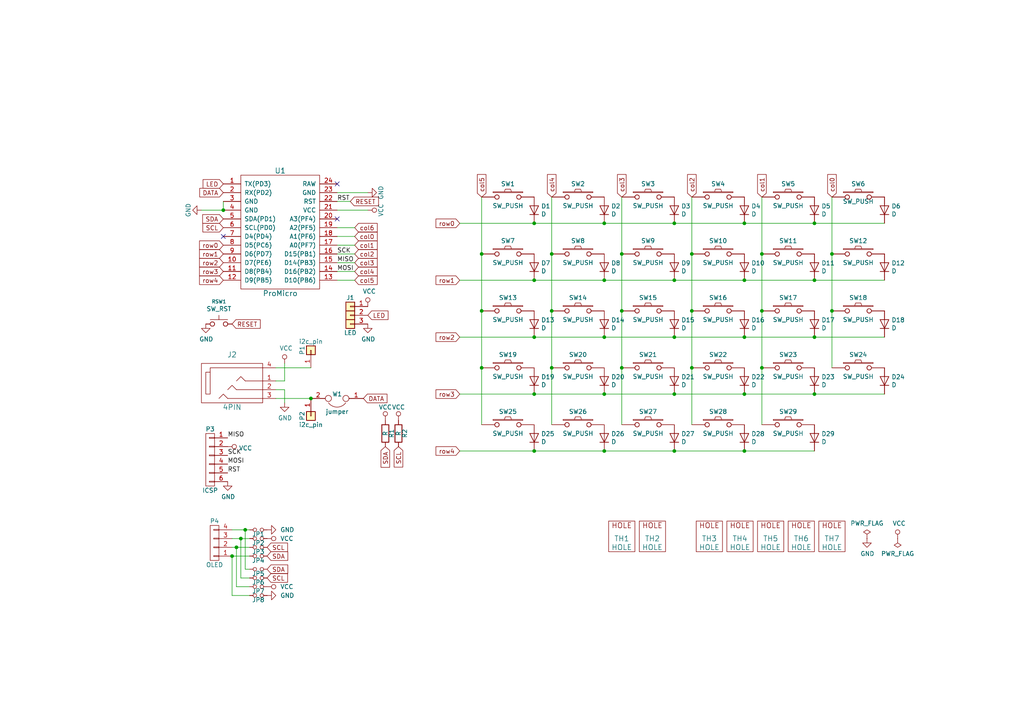
<source format=kicad_sch>
(kicad_sch (version 20231120) (generator "eeschema") (generator_version "8.0")
  (paper "A4")
  (lib_symbols
    (symbol "Lily58-rescue:CONN_01X04-Lily58-cache" (pin_names (offset 1.016) hide)
      (property "Reference" "P" (at 0 6.35 0))
      (property "Value" "Lily58-cache:CONN_01X04" (at 2.54 0 90))
      (symbol "CONN_01X04-Lily58-cache_0_1"
        (rectangle (start -1.27 -3.683) (end 0.254 -3.937))
        (rectangle (start -1.27 -1.143) (end 0.254 -1.397))
        (rectangle (start -1.27 1.397) (end 0.254 1.143))
        (rectangle (start -1.27 3.937) (end 0.254 3.683))
        (rectangle (start -1.27 5.08) (end 1.27 -5.08))
      )
      (symbol "CONN_01X04-Lily58-cache_1_1"
        (pin passive line (at -5.08 3.81 0) (length 3.81) (name "P1") (number "1"))
        (pin passive line (at -5.08 1.27 0) (length 3.81) (name "P2") (number "2"))
        (pin passive line (at -5.08 -1.27 0) (length 3.81) (name "P3") (number "3"))
        (pin passive line (at -5.08 -3.81 0) (length 3.81) (name "P4") (number "4"))
      )
    )
    (symbol "Lily58-rescue:CONN_01X06-Lily58-cache" (pin_names (offset 1.016) hide)
      (property "Reference" "P" (at 0 8.89 0))
      (property "Value" "Lily58-cache:CONN_01X06" (at 2.54 0 90))
      (symbol "CONN_01X06-Lily58-cache_0_1"
        (rectangle (start -1.27 -6.223) (end 0.254 -6.477))
        (rectangle (start -1.27 -3.683) (end 0.254 -3.937))
        (rectangle (start -1.27 -1.143) (end 0.254 -1.397))
        (rectangle (start -1.27 1.397) (end 0.254 1.143))
        (rectangle (start -1.27 3.937) (end 0.254 3.683))
        (rectangle (start -1.27 6.477) (end 0.254 6.223))
        (rectangle (start -1.27 7.62) (end 1.27 -7.62))
      )
      (symbol "CONN_01X06-Lily58-cache_1_1"
        (pin passive line (at -5.08 6.35 0) (length 3.81) (name "P1") (number "1"))
        (pin passive line (at -5.08 3.81 0) (length 3.81) (name "P2") (number "2"))
        (pin passive line (at -5.08 1.27 0) (length 3.81) (name "P3") (number "3"))
        (pin passive line (at -5.08 -1.27 0) (length 3.81) (name "P4") (number "4"))
        (pin passive line (at -5.08 -3.81 0) (length 3.81) (name "P5") (number "5"))
        (pin passive line (at -5.08 -6.35 0) (length 3.81) (name "P6") (number "6"))
      )
    )
    (symbol "Lily58-rescue:D-Lily58-cache" (pin_numbers hide) (pin_names (offset 1.016) hide)
      (property "Reference" "D" (at 0 2.54 0))
      (property "Value" "Lily58-cache:D" (at 0 -2.54 0))
      (symbol "D-Lily58-cache_0_1"
        (polyline (pts (xy -1.27 1.27) (xy -1.27 -1.27)) (stroke (width 0.2032)))
        (polyline (pts (xy 1.27 0) (xy -1.27 0)))
        (polyline (pts (xy 1.27 1.27) (xy 1.27 -1.27) (xy -1.27 0) (xy 1.27 1.27)) (stroke (width 0.2032)))
      )
      (symbol "D-Lily58-cache_1_1"
        (pin passive line (at -3.81 0 0) (length 2.54) (name "K") (number "1"))
        (pin passive line (at 3.81 0 180) (length 2.54) (name "A") (number "2"))
      )
    )
    (symbol "Lily58-rescue:GND-Lily58-cache" (power) (pin_names (offset 0))
      (property "Value" "Lily58-cache:GND" (at 0 -3.81 0))
      (symbol "GND-Lily58-cache_1_1"
        (polyline (pts (xy 0 0) (xy 0 -1.27) (xy 1.27 -1.27) (xy 0 -2.54) (xy -1.27 -1.27) (xy 0 -1.27)))
        (pin power_in line (at 0 0 0) (length 0) hide (name "GND") (number "1"))
      )
    )
    (symbol "Lily58-rescue:GND-power" (power) (pin_names (offset 0))
      (property "Value" "power:GND" (at 0 -3.81 0))
      (symbol "GND-power_0_1"
        (polyline (pts (xy 0 0) (xy 0 -1.27) (xy 1.27 -1.27) (xy 0 -2.54) (xy -1.27 -1.27) (xy 0 -1.27)))
      )
      (symbol "GND-power_1_1"
        (pin power_in line (at 0 0 270) (length 0) hide (name "GND") (number "1"))
      )
    )
    (symbol "Lily58-rescue:HOLE-Lily58-cache" (pin_names (offset 1.016))
      (property "Reference" "U" (at 0 0 0))
      (property "Value" "Lily58-cache:HOLE" (at 0 -5.08 0))
      (symbol "HOLE-Lily58-cache_0_0"
        (text "HOLE" (at 0 3.81 0) (effects (font (size 1.524 1.524))))
      )
      (symbol "HOLE-Lily58-cache_0_1"
        (rectangle (start 3.81 5.08) (end -3.81 -3.81))
      )
    )
    (symbol "Lily58-rescue:Jumper-Device" (pin_names (offset 0.762) hide)
      (property "Reference" "JP" (at 0 3.81 0))
      (property "Value" "Device:Jumper" (at 0 -2.032 0))
      (symbol "Jumper-Device_0_1"
        (circle (center -2.54 0) (radius 0.889))
        (arc (start 2.5146 1.27) (mid 0.0078 2.5097) (end -2.4892 1.27))
        (circle (center 2.54 0) (radius 0.889))
        (pin passive line (at -7.62 0 0) (length 4.191) (name "1") (number "1"))
        (pin passive line (at 7.62 0 180) (length 4.191) (name "2") (number "2"))
      )
    )
    (symbol "Lily58-rescue:Jumper_NO_Small-Device" (pin_numbers hide) (pin_names (offset 0.762) hide)
      (property "Reference" "JP" (at 0 2.032 0))
      (property "Value" "Device:Jumper_NO_Small" (at 0.254 -1.524 0))
      (symbol "Jumper_NO_Small-Device_0_1"
        (circle (center -1.016 0) (radius 0.508))
        (circle (center 1.016 0) (radius 0.508))
        (pin passive line (at -2.54 0 0) (length 1.016) (name "1") (number "1"))
        (pin passive line (at 2.54 0 180) (length 1.016) (name "2") (number "2"))
      )
    )
    (symbol "Lily58-rescue:LED-Lily58-cache" (pin_names (offset 1.016) hide)
      (property "Reference" "J" (at 0 5.08 0))
      (property "Value" "Lily58-cache:LED" (at 0 -5.08 0))
      (symbol "LED-Lily58-cache_1_1"
        (rectangle (start -1.27 3.81) (end 1.27 -3.81) (stroke (width 0.254)) (fill (type background)))
        (rectangle (start 0 -2.413) (end 1.27 -2.667) (stroke (width 0.1524)))
        (polyline (pts (xy -1.27 -1.27) (xy 1.27 -1.27)) (stroke (width 0.254)))
        (polyline (pts (xy -1.27 1.27) (xy 1.27 1.27)) (stroke (width 0.254)))
        (rectangle (start 0 0.127) (end 1.27 -0.127) (stroke (width 0.1524)))
        (rectangle (start 0 2.667) (end 1.27 2.413) (stroke (width 0.1524)))
        (pin passive line (at 5.08 2.54 180) (length 3.81) (name "Pin_1") (number "1"))
        (pin passive line (at 5.08 0 180) (length 3.81) (name "Pin_2") (number "2"))
        (pin passive line (at 5.08 -2.54 180) (length 3.81) (name "Pin_3") (number "3"))
      )
    )
    (symbol "Lily58-rescue:MJ-4PP-9-Lily58-cache" (pin_names (offset 1.016))
      (property "Reference" "J" (at -8.89 -7.62 0))
      (property "Value" "Lily58-cache:MJ-4PP-9" (at -3.81 6.35 0))
      (symbol "MJ-4PP-9-Lily58-cache_0_1"
        (rectangle (start -7.62 2.54) (end -8.89 -3.81))
        (polyline (pts (xy 2.54 0) (xy 7.62 0)))
        (polyline (pts (xy -2.54 -5.08) (xy 7.62 -5.08) (xy 7.62 -5.08)))
        (polyline (pts (xy 0 -2.54) (xy -1.27 -1.27) (xy -2.54 -2.54)))
        (polyline (pts (xy 0 0) (xy 1.27 1.27) (xy 2.54 0)))
        (polyline (pts (xy 7.62 3.81) (xy -7.62 3.81) (xy -7.62 2.54)))
        (polyline (pts (xy -2.54 -5.08) (xy -3.81 -3.81) (xy -5.08 -5.08) (xy -5.08 -5.08)))
        (polyline (pts (xy 0 -2.54) (xy 7.62 -2.54) (xy 7.62 -2.54) (xy 7.62 -2.54)))
        (rectangle (start 7.62 -6.35) (end -10.16 5.08))
      )
      (symbol "MJ-4PP-9-Lily58-cache_1_1"
        (pin passive line (at 11.43 0 180) (length 3.81) (name "~") (number "1"))
        (pin passive line (at 11.43 -2.54 180) (length 3.81) (name "~") (number "2"))
        (pin passive line (at 11.43 -5.08 180) (length 3.81) (name "~") (number "3"))
        (pin passive line (at 11.43 3.81 180) (length 3.81) (name "~") (number "4"))
      )
    )
    (symbol "Lily58-rescue:PWR_FLAG-Lily58-cache" (power) (pin_numbers hide) (pin_names (offset 0) hide)
      (property "Value" "Lily58-cache:PWR_FLAG" (at 0 3.81 0))
      (symbol "PWR_FLAG-Lily58-cache_0_0"
        (pin power_out line (at 0 0 90) (length 0) (name "pwr") (number "1"))
      )
      (symbol "PWR_FLAG-Lily58-cache_0_1"
        (polyline (pts (xy 0 0) (xy 0 1.27) (xy -1.016 1.905) (xy 0 2.54) (xy 1.016 1.905) (xy 0 1.27)))
      )
    )
    (symbol "Lily58-rescue:ProMicro_2-Lily58-cache" (pin_names (offset 1.016))
      (property "Reference" "U" (at 0 17.78 0))
      (property "Value" "Lily58-cache:ProMicro_2" (at 0 -17.78 0))
      (symbol "ProMicro_2-Lily58-cache_0_1"
        (rectangle (start -11.43 16.51) (end 11.43 -16.51))
      )
      (symbol "ProMicro_2-Lily58-cache_1_1"
        (pin input line (at -16.51 13.97 0) (length 5.08) (name "TX(PD3)") (number "1"))
        (pin input line (at -16.51 -8.89 0) (length 5.08) (name "D7(PE6)") (number "10"))
        (pin input line (at -16.51 -11.43 0) (length 5.08) (name "D8(PB4)") (number "11"))
        (pin input line (at -16.51 -13.97 0) (length 5.08) (name "D9(PB5)") (number "12"))
        (pin input line (at 16.51 -13.97 180) (length 5.08) (name "D10(PB6)") (number "13"))
        (pin input line (at 16.51 -11.43 180) (length 5.08) (name "D16(PB2)") (number "14"))
        (pin input line (at 16.51 -8.89 180) (length 5.08) (name "D14(PB3)") (number "15"))
        (pin input line (at 16.51 -6.35 180) (length 5.08) (name "D15(PB1)") (number "16"))
        (pin input line (at 16.51 -3.81 180) (length 5.08) (name "A0(PF7)") (number "17"))
        (pin input line (at 16.51 -1.27 180) (length 5.08) (name "A1(PF6)") (number "18"))
        (pin input line (at 16.51 1.27 180) (length 5.08) (name "A2(PF5)") (number "19"))
        (pin input line (at -16.51 11.43 0) (length 5.08) (name "RX(PD2)") (number "2"))
        (pin input line (at 16.51 3.81 180) (length 5.08) (name "A3(PF4)") (number "20"))
        (pin input line (at 16.51 6.35 180) (length 5.08) (name "VCC") (number "21"))
        (pin input line (at 16.51 8.89 180) (length 5.08) (name "RST") (number "22"))
        (pin input line (at 16.51 11.43 180) (length 5.08) (name "GND") (number "23"))
        (pin input line (at 16.51 13.97 180) (length 5.08) (name "RAW") (number "24"))
        (pin input line (at -16.51 8.89 0) (length 5.08) (name "GND") (number "3"))
        (pin input line (at -16.51 6.35 0) (length 5.08) (name "GND") (number "4"))
        (pin input line (at -16.51 3.81 0) (length 5.08) (name "SDA(PD1)") (number "5"))
        (pin input line (at -16.51 1.27 0) (length 5.08) (name "SCL(PD0)") (number "6"))
        (pin input line (at -16.51 -1.27 0) (length 5.08) (name "D4(PD4)") (number "7"))
        (pin input line (at -16.51 -3.81 0) (length 5.08) (name "D5(PC6)") (number "8"))
        (pin input line (at -16.51 -6.35 0) (length 5.08) (name "D6(PD7)") (number "9"))
      )
    )
    (symbol "Lily58-rescue:R-Lily58-cache" (pin_numbers hide) (pin_names (offset 0))
      (property "Reference" "R" (at 0 0 90))
      (property "Value" "Lily58-cache:R" (at -2.54 0 90))
      (symbol "R-Lily58-cache_0_1"
        (rectangle (start -1.016 -2.54) (end 1.016 2.54) (stroke (width 0.254)))
      )
      (symbol "R-Lily58-cache_1_1"
        (pin passive line (at 0 3.81 270) (length 1.27) (name "~") (number "1"))
        (pin passive line (at 0 -3.81 90) (length 1.27) (name "~") (number "2"))
      )
    )
    (symbol "Lily58-rescue:SW_PUSH-Lily58-cache" (pin_numbers hide) (pin_names (offset 1.016) hide)
      (property "Reference" "SW" (at 3.81 2.794 0))
      (property "Value" "Lily58-cache:SW_PUSH" (at 0 -2.032 0))
      (symbol "SW_PUSH-Lily58-cache_0_1"
        (rectangle (start -4.318 1.27) (end 4.318 1.524))
        (polyline (pts (xy -1.016 1.524) (xy -0.762 2.286) (xy 0.762 2.286) (xy 1.016 1.524)))
        (pin passive inverted (at -7.62 0 0) (length 5.08) (name "1") (number "1"))
        (pin passive inverted (at 7.62 0 180) (length 5.08) (name "2") (number "2"))
      )
    )
    (symbol "Lily58-rescue:SW_RST-Lily58-cache" (pin_numbers hide) (pin_names (offset 1.016) hide)
      (property "Reference" "RSW" (at 2.54 2.54 0))
      (property "Value" "Lily58-cache:SW_RST" (at 0 -2.54 0))
      (symbol "SW_RST-Lily58-cache_0_1"
        (polyline (pts (xy -2.54 1.27) (xy 2.54 1.27)))
        (polyline (pts (xy 0 2.54) (xy 0 1.27)))
        (pin passive inverted (at -3.81 0 0) (length 2.54) (name "1") (number "1"))
        (pin passive inverted (at 3.81 0 180) (length 2.54) (name "2") (number "2"))
      )
    )
    (symbol "Lily58-rescue:VCC-Lily58-cache" (power) (pin_names (offset 0))
      (property "Value" "Lily58-cache:VCC" (at 0 3.81 0))
      (symbol "VCC-Lily58-cache_0_1"
        (polyline (pts (xy 0 0) (xy 0 1.27)))
        (circle (center 0 1.905) (radius 0.635))
      )
      (symbol "VCC-Lily58-cache_1_1"
        (pin power_in line (at 0 0 90) (length 0) hide (name "VCC") (number "1"))
      )
    )
    (symbol "Lily58-rescue:VCC-power" (power) (pin_names (offset 0))
      (property "Value" "power:VCC" (at 0 3.81 0))
      (symbol "VCC-power_0_1"
        (polyline (pts (xy 0 0) (xy 0 1.27)))
        (circle (center 0 1.905) (radius 0.635))
      )
      (symbol "VCC-power_1_1"
        (pin power_in line (at 0 0 90) (length 0) hide (name "VCC") (number "1"))
      )
    )
    (symbol "Lily58-rescue:i2c_pin-Lily58-cache" (pin_names (offset 1.016) hide)
      (property "Reference" "J" (at 0 2.54 0))
      (property "Value" "Lily58-cache:i2c_pin" (at 0 -2.54 0))
      (symbol "i2c_pin-Lily58-cache_1_1"
        (rectangle (start -1.27 0.127) (end 0 -0.127) (stroke (width 0.1524)))
        (rectangle (start -1.27 1.27) (end 1.27 -1.27) (stroke (width 0.254)) (fill (type background)))
        (pin passive line (at -5.08 0 0) (length 3.81) (name "Pin_1") (number "1"))
      )
    )
  )
  (junction (at 195.58 64.77))
  (junction (at 195.58 97.79))
  (junction (at 180.34 90.17))
  (junction (at 68.58 158.75))
  (junction (at 154.94 81.28))
  (junction (at 139.7 106.68))
  (junction (at 200.66 73.66))
  (junction (at 236.22 114.3))
  (junction (at 215.9 114.3))
  (junction (at 215.9 130.81))
  (junction (at 236.22 97.79))
  (junction (at 69.85 156.21))
  (junction (at 215.9 64.77))
  (junction (at 241.3 90.17))
  (junction (at 180.34 73.66))
  (junction (at 90.17 115.57))
  (junction (at 200.66 106.68))
  (junction (at 175.26 64.77))
  (junction (at 139.7 73.66))
  (junction (at 200.66 90.17))
  (junction (at 215.9 97.79))
  (junction (at 160.02 90.17))
  (junction (at 154.94 130.81))
  (junction (at 195.58 81.28))
  (junction (at 175.26 97.79))
  (junction (at 160.02 106.68))
  (junction (at 215.9 81.28))
  (junction (at 241.3 73.66))
  (junction (at 67.31 161.29))
  (junction (at 71.12 153.67))
  (junction (at 220.98 73.66))
  (junction (at 64.77 60.96))
  (junction (at 175.26 130.81))
  (junction (at 154.94 114.3))
  (junction (at 180.34 106.68))
  (junction (at 236.22 81.28))
  (junction (at 154.94 64.77))
  (junction (at 139.7 90.17))
  (junction (at 195.58 114.3))
  (junction (at 220.98 90.17))
  (junction (at 195.58 130.81))
  (junction (at 154.94 97.79))
  (junction (at 175.26 81.28))
  (junction (at 160.02 73.66))
  (junction (at 175.26 114.3))
  (junction (at 236.22 64.77))
  (junction (at 220.98 106.68))
  (no_connect (at 97.79 63.5))
  (no_connect (at 97.79 53.34))
  (no_connect (at 64.77 68.58))
  (wire (pts (xy 68.58 170.18) (xy 68.58 158.75)))
  (wire (pts (xy 236.22 64.77) (xy 215.9 64.77)))
  (wire (pts (xy 64.77 60.96) (xy 58.42 60.96)))
  (wire (pts (xy 180.34 106.68) (xy 180.34 123.19)))
  (wire (pts (xy 220.98 106.68) (xy 220.98 123.19)))
  (wire (pts (xy 236.22 114.3) (xy 256.54 114.3)))
  (wire (pts (xy 67.31 153.67) (xy 71.12 153.67)))
  (wire (pts (xy 180.34 90.17) (xy 180.34 106.68)))
  (wire (pts (xy 68.58 158.75) (xy 72.39 158.75)))
  (wire (pts (xy 175.26 97.79) (xy 154.94 97.79)))
  (wire (pts (xy 139.7 73.66) (xy 139.7 90.17)))
  (wire (pts (xy 106.68 55.88) (xy 97.79 55.88)))
  (wire (pts (xy 241.3 73.66) (xy 241.3 57.15)))
  (wire (pts (xy 160.02 106.68) (xy 160.02 123.19)))
  (wire (pts (xy 160.02 73.66) (xy 160.02 90.17)))
  (wire (pts (xy 175.26 114.3) (xy 154.94 114.3)))
  (wire (pts (xy 241.3 90.17) (xy 241.3 106.68)))
  (wire (pts (xy 215.9 97.79) (xy 236.22 97.79)))
  (wire (pts (xy 200.66 90.17) (xy 200.66 106.68)))
  (wire (pts (xy 97.79 73.66) (xy 102.87 73.66)))
  (wire (pts (xy 160.02 57.15) (xy 160.02 73.66)))
  (wire (pts (xy 72.39 170.18) (xy 68.58 170.18)))
  (wire (pts (xy 175.26 97.79) (xy 195.58 97.79)))
  (wire (pts (xy 80.01 106.68) (xy 90.17 106.68)))
  (wire (pts (xy 175.26 81.28) (xy 154.94 81.28)))
  (wire (pts (xy 133.35 130.81) (xy 154.94 130.81)))
  (wire (pts (xy 82.55 110.49) (xy 80.01 110.49)))
  (wire (pts (xy 200.66 73.66) (xy 200.66 90.17)))
  (wire (pts (xy 64.77 58.42) (xy 64.77 60.96)))
  (wire (pts (xy 80.01 115.57) (xy 90.17 115.57)))
  (wire (pts (xy 220.98 73.66) (xy 220.98 90.17)))
  (wire (pts (xy 102.87 78.74) (xy 97.79 78.74)))
  (wire (pts (xy 82.55 113.03) (xy 82.55 116.84)))
  (wire (pts (xy 195.58 97.79) (xy 215.9 97.79)))
  (wire (pts (xy 97.79 76.2) (xy 102.87 76.2)))
  (wire (pts (xy 154.94 64.77) (xy 133.35 64.77)))
  (wire (pts (xy 160.02 90.17) (xy 160.02 106.68)))
  (wire (pts (xy 71.12 153.67) (xy 71.12 165.1)))
  (wire (pts (xy 154.94 130.81) (xy 175.26 130.81)))
  (wire (pts (xy 215.9 130.81) (xy 236.22 130.81)))
  (wire (pts (xy 139.7 57.15) (xy 139.7 73.66)))
  (wire (pts (xy 236.22 81.28) (xy 256.54 81.28)))
  (wire (pts (xy 236.22 97.79) (xy 256.54 97.79)))
  (wire (pts (xy 139.7 90.17) (xy 139.7 106.68)))
  (wire (pts (xy 175.26 64.77) (xy 154.94 64.77)))
  (wire (pts (xy 195.58 64.77) (xy 215.9 64.77)))
  (wire (pts (xy 154.94 114.3) (xy 133.35 114.3)))
  (wire (pts (xy 200.66 106.68) (xy 200.66 123.19)))
  (wire (pts (xy 102.87 71.12) (xy 97.79 71.12)))
  (wire (pts (xy 80.01 113.03) (xy 82.55 113.03)))
  (wire (pts (xy 195.58 81.28) (xy 215.9 81.28)))
  (wire (pts (xy 175.26 114.3) (xy 195.58 114.3)))
  (wire (pts (xy 220.98 57.15) (xy 220.98 73.66)))
  (wire (pts (xy 241.3 90.17) (xy 241.3 73.66)))
  (wire (pts (xy 106.68 60.96) (xy 97.79 60.96)))
  (wire (pts (xy 72.39 165.1) (xy 71.12 165.1)))
  (wire (pts (xy 154.94 81.28) (xy 133.35 81.28)))
  (wire (pts (xy 215.9 81.28) (xy 236.22 81.28)))
  (wire (pts (xy 154.94 97.79) (xy 133.35 97.79)))
  (wire (pts (xy 102.87 81.28) (xy 97.79 81.28)))
  (wire (pts (xy 200.66 57.15) (xy 200.66 73.66)))
  (wire (pts (xy 67.31 156.21) (xy 69.85 156.21)))
  (wire (pts (xy 220.98 106.68) (xy 220.98 90.17)))
  (wire (pts (xy 180.34 73.66) (xy 180.34 90.17)))
  (wire (pts (xy 195.58 114.3) (xy 215.9 114.3)))
  (wire (pts (xy 195.58 130.81) (xy 215.9 130.81)))
  (wire (pts (xy 97.79 66.04) (xy 102.87 66.04)))
  (wire (pts (xy 72.39 156.21) (xy 69.85 156.21)))
  (wire (pts (xy 72.39 153.67) (xy 71.12 153.67)))
  (wire (pts (xy 69.85 156.21) (xy 69.85 167.64)))
  (wire (pts (xy 67.31 158.75) (xy 68.58 158.75)))
  (wire (pts (xy 175.26 130.81) (xy 195.58 130.81)))
  (wire (pts (xy 180.34 57.15) (xy 180.34 73.66)))
  (wire (pts (xy 139.7 106.68) (xy 139.7 123.19)))
  (wire (pts (xy 67.31 161.29) (xy 67.31 172.72)))
  (wire (pts (xy 69.85 167.64) (xy 72.39 167.64)))
  (wire (pts (xy 215.9 114.3) (xy 236.22 114.3)))
  (wire (pts (xy 175.26 81.28) (xy 195.58 81.28)))
  (wire (pts (xy 97.79 68.58) (xy 102.87 68.58)))
  (wire (pts (xy 82.55 105.41) (xy 82.55 110.49)))
  (wire (pts (xy 67.31 172.72) (xy 72.39 172.72)))
  (wire (pts (xy 236.22 64.77) (xy 256.54 64.77)))
  (wire (pts (xy 67.31 161.29) (xy 72.39 161.29)))
  (wire (pts (xy 175.26 64.77) (xy 195.58 64.77)))
  (wire (pts (xy 101.6 58.42) (xy 97.79 58.42)))
  (label "RST" (at 66.04 137.16 0))
  (label "MISO" (at 97.79 76.2 0))
  (label "MISO" (at 66.04 127 0))
  (label "SCK" (at 97.79 73.66 0))
  (label "MOSI" (at 97.79 78.74 0))
  (label "RST" (at 97.79 58.42 0))
  (label "SCK" (at 66.04 132.08 0))
  (label "MOSI" (at 66.04 134.62 0))
  (global_label "col1" (shape input) (at 220.98 57.15 90) (property "Intersheetrefs" "${INTERSHEET_REFS}" (effects (hide yes))))
  (global_label "col3" (shape input) (at 102.87 76.2 0) (property "Intersheetrefs" "${INTERSHEET_REFS}" (effects (hide yes))))
  (global_label "SCL" (shape input) (at 77.47 167.64 0) (property "Intersheetrefs" "${INTERSHEET_REFS}" (effects (hide yes))))
  (global_label "row3" (shape input) (at 64.77 78.74 180) (property "Intersheetrefs" "${INTERSHEET_REFS}" (effects (hide yes))))
  (global_label "col3" (shape input) (at 180.34 57.15 90) (property "Intersheetrefs" "${INTERSHEET_REFS}" (effects (hide yes))))
  (global_label "col0" (shape input) (at 241.3 57.15 90) (property "Intersheetrefs" "${INTERSHEET_REFS}" (effects (hide yes))))
  (global_label "SDA" (shape input) (at 77.47 161.29 0) (property "Intersheetrefs" "${INTERSHEET_REFS}" (effects (hide yes))))
  (global_label "row0" (shape input) (at 133.35 64.77 180) (property "Intersheetrefs" "${INTERSHEET_REFS}" (effects (hide yes))))
  (global_label "SCL" (shape input) (at 77.47 158.75 0) (property "Intersheetrefs" "${INTERSHEET_REFS}" (effects (hide yes))))
  (global_label "RESET" (shape input) (at 101.6 58.42 0) (property "Intersheetrefs" "${INTERSHEET_REFS}" (effects (hide yes))))
  (global_label "col5" (shape input) (at 139.7 57.15 90) (property "Intersheetrefs" "${INTERSHEET_REFS}" (effects (hide yes))))
  (global_label "row4" (shape input) (at 133.35 130.81 180) (property "Intersheetrefs" "${INTERSHEET_REFS}" (effects (hide yes))))
  (global_label "col2" (shape input) (at 102.87 73.66 0) (property "Intersheetrefs" "${INTERSHEET_REFS}" (effects (hide yes))))
  (global_label "col2" (shape input) (at 200.66 57.15 90) (property "Intersheetrefs" "${INTERSHEET_REFS}" (effects (hide yes))))
  (global_label "SDA" (shape input) (at 64.77 63.5 180) (property "Intersheetrefs" "${INTERSHEET_REFS}" (effects (hide yes))))
  (global_label "col4" (shape input) (at 102.87 78.74 0) (property "Intersheetrefs" "${INTERSHEET_REFS}" (effects (hide yes))))
  (global_label "col0" (shape input) (at 102.87 68.58 0) (property "Intersheetrefs" "${INTERSHEET_REFS}" (effects (hide yes))))
  (global_label "row0" (shape input) (at 64.77 71.12 180) (property "Intersheetrefs" "${INTERSHEET_REFS}" (effects (hide yes))))
  (global_label "SDA" (shape input) (at 77.47 165.1 0) (property "Intersheetrefs" "${INTERSHEET_REFS}" (effects (hide yes))))
  (global_label "RESET" (shape input) (at 67.31 93.98 0) (property "Intersheetrefs" "${INTERSHEET_REFS}" (effects (hide yes))))
  (global_label "DATA" (shape input) (at 64.77 55.88 180) (property "Intersheetrefs" "${INTERSHEET_REFS}" (effects (hide yes))))
  (global_label "row1" (shape input) (at 64.77 73.66 180) (property "Intersheetrefs" "${INTERSHEET_REFS}" (effects (hide yes))))
  (global_label "LED" (shape input) (at 64.77 53.34 180) (property "Intersheetrefs" "${INTERSHEET_REFS}" (effects (hide yes))))
  (global_label "SCL" (shape input) (at 64.77 66.04 180) (property "Intersheetrefs" "${INTERSHEET_REFS}" (effects (hide yes))))
  (global_label "row2" (shape input) (at 133.35 97.79 180) (property "Intersheetrefs" "${INTERSHEET_REFS}" (effects (hide yes))))
  (global_label "col4" (shape input) (at 160.02 57.15 90) (property "Intersheetrefs" "${INTERSHEET_REFS}" (effects (hide yes))))
  (global_label "row2" (shape input) (at 64.77 76.2 180) (property "Intersheetrefs" "${INTERSHEET_REFS}" (effects (hide yes))))
  (global_label "row1" (shape input) (at 133.35 81.28 180) (property "Intersheetrefs" "${INTERSHEET_REFS}" (effects (hide yes))))
  (global_label "col5" (shape input) (at 102.87 81.28 0) (property "Intersheetrefs" "${INTERSHEET_REFS}" (effects (hide yes))))
  (global_label "LED" (shape input) (at 106.68 91.44 0) (property "Intersheetrefs" "${INTERSHEET_REFS}" (effects (hide yes))))
  (global_label "SDA" (shape input) (at 111.76 129.54 270) (property "Intersheetrefs" "${INTERSHEET_REFS}" (effects (hide yes))))
  (global_label "DATA" (shape input) (at 105.41 115.57 0) (property "Intersheetrefs" "${INTERSHEET_REFS}" (effects (hide yes))))
  (global_label "row3" (shape input) (at 133.35 114.3 180) (property "Intersheetrefs" "${INTERSHEET_REFS}" (effects (hide yes))))
  (global_label "col6" (shape input) (at 102.87 66.04 0) (property "Intersheetrefs" "${INTERSHEET_REFS}" (effects (hide yes))))
  (global_label "col1" (shape input) (at 102.87 71.12 0) (property "Intersheetrefs" "${INTERSHEET_REFS}" (effects (hide yes))))
  (global_label "SCL" (shape input) (at 115.57 129.54 270) (property "Intersheetrefs" "${INTERSHEET_REFS}" (effects (hide yes))))
  (global_label "row4" (shape input) (at 64.77 81.28 180) (property "Intersheetrefs" "${INTERSHEET_REFS}" (effects (hide yes))))
  (symbol (lib_id "Lily58-rescue:ProMicro_2-Lily58-cache") (at 81.28 67.31 0) (unit 1)
    (property "Reference" "U1" (at 81.28 49.53 0) (effects (font (size 1.524 1.524))))
    (property "Value" "ProMicro" (at 81.28 85.09 0) (effects (font (size 1.524 1.524))))
    (property "Footprint" "Lily58-footprint:ProMicro_rev2" (effects (hide yes)))
  )
  (symbol (lib_id "Lily58-rescue:SW_PUSH-Lily58-cache") (at 147.32 123.19 0) (unit 1)
    (property "Reference" "SW25" (at 147.32 119.38 0))
    (property "Value" "SW_PUSH" (at 147.32 125.73 0))
    (property "Footprint" "Lily58-footprint:MX_PG1350-Under_FLIP_HOLES_18mm" (effects (hide yes)))
  )
  (symbol (lib_id "Lily58-rescue:SW_PUSH-Lily58-cache") (at 167.64 123.19 0) (unit 1)
    (property "Reference" "SW26" (at 167.64 119.38 0))
    (property "Value" "SW_PUSH" (at 167.64 125.73 0))
    (property "Footprint" "Lily58-footprint:MX_PG1350-Under_FLIP_HOLES_27mm" (effects (hide yes)))
  )
  (symbol (lib_id "Lily58-rescue:SW_PUSH-Lily58-cache") (at 147.32 57.15 0) (unit 1)
    (property "Reference" "SW1" (at 147.32 53.34 0))
    (property "Value" "SW_PUSH" (at 147.32 59.69 0))
    (property "Footprint" "Lily58-footprint:MX_PG1350-Under_FLIP_HOLES_18mm" (effects (hide yes)))
  )
  (symbol (lib_id "Lily58-rescue:D-Lily58-cache") (at 154.94 60.96 90) (unit 1)
    (property "Reference" "D1" (at 156.9466 59.7916 90) (effects (justify right)))
    (property "Value" "D" (at 156.9466 62.103 90) (effects (justify right)))
    (property "Footprint" "Lily58-footprint:Diode_TH_SOD123" (effects (hide yes)))
  )
  (symbol (lib_id "Lily58-rescue:SW_PUSH-Lily58-cache") (at 167.64 57.15 0) (unit 1)
    (property "Reference" "SW2" (at 167.64 53.34 0))
    (property "Value" "SW_PUSH" (at 167.64 59.69 0))
    (property "Footprint" "Lily58-footprint:MX_PG1350-Under_FLIP_HOLES_18mm" (effects (hide yes)))
  )
  (symbol (lib_id "Lily58-rescue:D-Lily58-cache") (at 175.26 60.96 90) (unit 1)
    (property "Reference" "D2" (at 177.2666 59.7916 90) (effects (justify right)))
    (property "Value" "D" (at 177.2666 62.103 90) (effects (justify right)))
    (property "Footprint" "Lily58-footprint:Diode_TH_SOD123" (effects (hide yes)))
  )
  (symbol (lib_id "Lily58-rescue:SW_PUSH-Lily58-cache") (at 187.96 57.15 0) (unit 1)
    (property "Reference" "SW3" (at 187.96 53.34 0))
    (property "Value" "SW_PUSH" (at 187.96 59.69 0))
    (property "Footprint" "Lily58-footprint:MX_PG1350-Under_FLIP_HOLES_18mm" (effects (hide yes)))
  )
  (symbol (lib_id "Lily58-rescue:D-Lily58-cache") (at 195.58 60.96 90) (unit 1)
    (property "Reference" "D3" (at 197.5866 59.7916 90) (effects (justify right)))
    (property "Value" "D" (at 197.5866 62.103 90) (effects (justify right)))
    (property "Footprint" "Lily58-footprint:Diode_TH_SOD123" (effects (hide yes)))
  )
  (symbol (lib_id "Lily58-rescue:SW_PUSH-Lily58-cache") (at 208.28 57.15 0) (unit 1)
    (property "Reference" "SW4" (at 208.28 53.34 0))
    (property "Value" "SW_PUSH" (at 208.28 59.69 0))
    (property "Footprint" "Lily58-footprint:MX_PG1350-Under_FLIP_HOLES_18mm" (effects (hide yes)))
  )
  (symbol (lib_id "Lily58-rescue:D-Lily58-cache") (at 215.9 60.96 90) (unit 1)
    (property "Reference" "D4" (at 217.9066 59.7916 90) (effects (justify right)))
    (property "Value" "D" (at 217.9066 62.103 90) (effects (justify right)))
    (property "Footprint" "Lily58-footprint:Diode_TH_SOD123" (effects (hide yes)))
  )
  (symbol (lib_id "Lily58-rescue:SW_PUSH-Lily58-cache") (at 228.6 57.15 0) (unit 1)
    (property "Reference" "SW5" (at 228.6 53.34 0))
    (property "Value" "SW_PUSH" (at 228.6 59.69 0))
    (property "Footprint" "Lily58-footprint:MX_PG1350-Under_FLIP_HOLES_18mm" (effects (hide yes)))
  )
  (symbol (lib_id "Lily58-rescue:D-Lily58-cache") (at 236.22 60.96 90) (unit 1)
    (property "Reference" "D5" (at 238.2266 59.7916 90) (effects (justify right)))
    (property "Value" "D" (at 238.2266 62.103 90) (effects (justify right)))
    (property "Footprint" "Lily58-footprint:Diode_TH_SOD123" (effects (hide yes)))
  )
  (symbol (lib_id "Lily58-rescue:SW_PUSH-Lily58-cache") (at 248.92 57.15 0) (unit 1)
    (property "Reference" "SW6" (at 248.92 53.34 0))
    (property "Value" "SW_PUSH" (at 248.92 58.42 0))
    (property "Footprint" "Lily58-footprint:MX_PG1350-Under_FLIP_HOLES_18mm" (effects (hide yes)))
  )
  (symbol (lib_id "Lily58-rescue:D-Lily58-cache") (at 256.54 60.96 90) (unit 1)
    (property "Reference" "D6" (at 258.5466 59.7916 90) (effects (justify right)))
    (property "Value" "D" (at 258.5466 62.103 90) (effects (justify right)))
    (property "Footprint" "Lily58-footprint:Diode_TH_SOD123" (effects (hide yes)))
  )
  (symbol (lib_id "Lily58-rescue:SW_PUSH-Lily58-cache") (at 167.64 73.66 0) (unit 1)
    (property "Reference" "SW8" (at 167.64 69.85 0))
    (property "Value" "SW_PUSH" (at 167.64 76.2 0))
    (property "Footprint" "Lily58-footprint:MX_PG1350-Under_FLIP_HOLES_18mm" (effects (hide yes)))
  )
  (symbol (lib_id "Lily58-rescue:SW_PUSH-Lily58-cache") (at 187.96 73.66 0) (unit 1)
    (property "Reference" "SW9" (at 187.96 69.85 0))
    (property "Value" "SW_PUSH" (at 187.96 76.2 0))
    (property "Footprint" "Lily58-footprint:MX_PG1350-Under_FLIP_HOLES_18mm" (effects (hide yes)))
  )
  (symbol (lib_id "Lily58-rescue:SW_PUSH-Lily58-cache") (at 208.28 73.66 0) (unit 1)
    (property "Reference" "SW10" (at 208.28 69.85 0))
    (property "Value" "SW_PUSH" (at 208.28 76.2 0))
    (property "Footprint" "Lily58-footprint:MX_PG1350-Under_FLIP_HOLES_18mm" (effects (hide yes)))
  )
  (symbol (lib_id "Lily58-rescue:SW_PUSH-Lily58-cache") (at 228.6 73.66 0) (unit 1)
    (property "Reference" "SW11" (at 228.6 69.85 0))
    (property "Value" "SW_PUSH" (at 228.6 76.2 0))
    (property "Footprint" "Lily58-footprint:MX_PG1350-Under_FLIP_HOLES_18mm" (effects (hide yes)))
  )
  (symbol (lib_id "Lily58-rescue:SW_PUSH-Lily58-cache") (at 248.92 73.66 0) (unit 1)
    (property "Reference" "SW12" (at 248.92 69.85 0))
    (property "Value" "SW_PUSH" (at 248.92 76.2 0))
    (property "Footprint" "Lily58-footprint:MX_PG1350-Under_FLIP_HOLES_18mm" (effects (hide yes)))
  )
  (symbol (lib_id "Lily58-rescue:SW_PUSH-Lily58-cache") (at 147.32 73.66 0) (unit 1)
    (property "Reference" "SW7" (at 147.32 69.85 0))
    (property "Value" "SW_PUSH" (at 147.32 76.2 0))
    (property "Footprint" "Lily58-footprint:MX_PG1350-Under_FLIP_HOLES_18mm" (effects (hide yes)))
  )
  (symbol (lib_id "Lily58-rescue:D-Lily58-cache") (at 154.94 77.47 90) (unit 1)
    (property "Reference" "D7" (at 156.9466 76.3016 90) (effects (justify right)))
    (property "Value" "D" (at 156.9466 78.613 90) (effects (justify right)))
    (property "Footprint" "Lily58-footprint:Diode_TH_SOD123" (effects (hide yes)))
  )
  (symbol (lib_id "Lily58-rescue:D-Lily58-cache") (at 175.26 77.47 90) (unit 1)
    (property "Reference" "D8" (at 177.2666 76.3016 90) (effects (justify right)))
    (property "Value" "D" (at 177.2666 78.613 90) (effects (justify right)))
    (property "Footprint" "Lily58-footprint:Diode_TH_SOD123" (effects (hide yes)))
  )
  (symbol (lib_id "Lily58-rescue:D-Lily58-cache") (at 195.58 77.47 90) (unit 1)
    (property "Reference" "D9" (at 197.5866 76.3016 90) (effects (justify right)))
    (property "Value" "D" (at 197.5866 78.613 90) (effects (justify right)))
    (property "Footprint" "Lily58-footprint:Diode_TH_SOD123" (effects (hide yes)))
  )
  (symbol (lib_id "Lily58-rescue:D-Lily58-cache") (at 215.9 77.47 90) (unit 1)
    (property "Reference" "D10" (at 217.9066 76.3016 90) (effects (justify right)))
    (property "Value" "D" (at 217.9066 78.613 90) (effects (justify right)))
    (property "Footprint" "Lily58-footprint:Diode_TH_SOD123" (effects (hide yes)))
  )
  (symbol (lib_id "Lily58-rescue:D-Lily58-cache") (at 236.22 77.47 90) (unit 1)
    (property "Reference" "D11" (at 238.2266 76.3016 90) (effects (justify right)))
    (property "Value" "D" (at 238.2266 78.613 90) (effects (justify right)))
    (property "Footprint" "Lily58-footprint:Diode_TH_SOD123" (effects (hide yes)))
  )
  (symbol (lib_id "Lily58-rescue:D-Lily58-cache") (at 256.54 77.47 90) (unit 1)
    (property "Reference" "D12" (at 258.5466 76.3016 90) (effects (justify right)))
    (property "Value" "D" (at 258.5466 78.613 90) (effects (justify right)))
    (property "Footprint" "Lily58-footprint:Diode_TH_SOD123" (effects (hide yes)))
  )
  (symbol (lib_id "Lily58-rescue:SW_PUSH-Lily58-cache") (at 147.32 90.17 0) (unit 1)
    (property "Reference" "SW13" (at 147.32 86.36 0))
    (property "Value" "SW_PUSH" (at 147.32 92.71 0))
    (property "Footprint" "Lily58-footprint:MX_PG1350-Under_FLIP_HOLES_18mm" (effects (hide yes)))
  )
  (symbol (lib_id "Lily58-rescue:SW_PUSH-Lily58-cache") (at 167.64 90.17 0) (unit 1)
    (property "Reference" "SW14" (at 167.64 86.36 0))
    (property "Value" "SW_PUSH" (at 167.64 92.71 0))
    (property "Footprint" "Lily58-footprint:MX_PG1350-Under_FLIP_HOLES_18mm" (effects (hide yes)))
  )
  (symbol (lib_id "Lily58-rescue:SW_PUSH-Lily58-cache") (at 187.96 90.17 0) (unit 1)
    (property "Reference" "SW15" (at 187.96 86.36 0))
    (property "Value" "SW_PUSH" (at 187.96 92.71 0))
    (property "Footprint" "Lily58-footprint:MX_PG1350-Under_FLIP_HOLES_18mm" (effects (hide yes)))
  )
  (symbol (lib_id "Lily58-rescue:SW_PUSH-Lily58-cache") (at 208.28 90.17 0) (unit 1)
    (property "Reference" "SW16" (at 208.28 86.36 0))
    (property "Value" "SW_PUSH" (at 208.28 92.71 0))
    (property "Footprint" "Lily58-footprint:MX_PG1350-Under_FLIP_HOLES_18mm" (effects (hide yes)))
  )
  (symbol (lib_id "Lily58-rescue:SW_PUSH-Lily58-cache") (at 228.6 90.17 0) (unit 1)
    (property "Reference" "SW17" (at 228.6 86.36 0))
    (property "Value" "SW_PUSH" (at 228.6 92.71 0))
    (property "Footprint" "Lily58-footprint:MX_PG1350-Under_FLIP_HOLES_18mm" (effects (hide yes)))
  )
  (symbol (lib_id "Lily58-rescue:SW_PUSH-Lily58-cache") (at 248.92 90.17 0) (unit 1)
    (property "Reference" "SW18" (at 248.92 86.36 0))
    (property "Value" "SW_PUSH" (at 248.92 92.71 0))
    (property "Footprint" "Lily58-footprint:MX_PG1350-Under_FLIP_HOLES_18mm" (effects (hide yes)))
  )
  (symbol (lib_id "Lily58-rescue:D-Lily58-cache") (at 154.94 93.98 90) (unit 1)
    (property "Reference" "D13" (at 156.9466 92.8116 90) (effects (justify right)))
    (property "Value" "D" (at 156.9466 95.123 90) (effects (justify right)))
    (property "Footprint" "Lily58-footprint:Diode_TH_SOD123" (effects (hide yes)))
  )
  (symbol (lib_id "Lily58-rescue:D-Lily58-cache") (at 175.26 93.98 90) (unit 1)
    (property "Reference" "D14" (at 177.2666 92.8116 90) (effects (justify right)))
    (property "Value" "D" (at 177.2666 95.123 90) (effects (justify right)))
    (property "Footprint" "Lily58-footprint:Diode_TH_SOD123" (effects (hide yes)))
  )
  (symbol (lib_id "Lily58-rescue:D-Lily58-cache") (at 195.58 93.98 90) (unit 1)
    (property "Reference" "D15" (at 197.5866 92.8116 90) (effects (justify right)))
    (property "Value" "D" (at 197.5866 95.123 90) (effects (justify right)))
    (property "Footprint" "Lily58-footprint:Diode_TH_SOD123" (effects (hide yes)))
  )
  (symbol (lib_id "Lily58-rescue:D-Lily58-cache") (at 215.9 93.98 90) (unit 1)
    (property "Reference" "D16" (at 217.9066 92.8116 90) (effects (justify right)))
    (property "Value" "D" (at 217.9066 95.123 90) (effects (justify right)))
    (property "Footprint" "Lily58-footprint:Diode_TH_SOD123" (effects (hide yes)))
  )
  (symbol (lib_id "Lily58-rescue:D-Lily58-cache") (at 236.22 93.98 90) (unit 1)
    (property "Reference" "D17" (at 238.2266 92.8116 90) (effects (justify right)))
    (property "Value" "D" (at 238.2266 95.123 90) (effects (justify right)))
    (property "Footprint" "Lily58-footprint:Diode_TH_SOD123" (effects (hide yes)))
  )
  (symbol (lib_id "Lily58-rescue:D-Lily58-cache") (at 256.54 93.98 90) (unit 1)
    (property "Reference" "D18" (at 258.5466 92.8116 90) (effects (justify right)))
    (property "Value" "D" (at 258.5466 95.123 90) (effects (justify right)))
    (property "Footprint" "Lily58-footprint:Diode_TH_SOD123" (effects (hide yes)))
  )
  (symbol (lib_id "Lily58-rescue:SW_PUSH-Lily58-cache") (at 187.96 106.68 0) (unit 1)
    (property "Reference" "SW21" (at 187.96 102.87 0))
    (property "Value" "SW_PUSH" (at 187.96 109.22 0))
    (property "Footprint" "Lily58-footprint:MX_PG1350-Under_FLIP_HOLES_18mm" (effects (hide yes)))
  )
  (symbol (lib_id "Lily58-rescue:SW_PUSH-Lily58-cache") (at 208.28 106.68 0) (unit 1)
    (property "Reference" "SW22" (at 208.28 102.87 0))
    (property "Value" "SW_PUSH" (at 208.28 109.22 0))
    (property "Footprint" "Lily58-footprint:MX_PG1350-Under_FLIP_HOLES_18mm" (effects (hide yes)))
  )
  (symbol (lib_id "Lily58-rescue:SW_PUSH-Lily58-cache") (at 228.6 106.68 0) (unit 1)
    (property "Reference" "SW23" (at 228.6 102.87 0))
    (property "Value" "SW_PUSH" (at 228.6 109.22 0))
    (property "Footprint" "Lily58-footprint:MX_PG1350-Under_FLIP_HOLES_18mm" (effects (hide yes)))
  )
  (symbol (lib_id "Lily58-rescue:SW_PUSH-Lily58-cache") (at 248.92 106.68 0) (unit 1)
    (property "Reference" "SW24" (at 248.92 102.87 0))
    (property "Value" "SW_PUSH" (at 248.92 109.22 0))
    (property "Footprint" "Lily58-footprint:MX_PG1350-Under_FLIP_HOLES_18mm" (effects (hide yes)))
  )
  (symbol (lib_id "Lily58-rescue:SW_PUSH-Lily58-cache") (at 167.64 106.68 0) (unit 1)
    (property "Reference" "SW20" (at 167.64 102.87 0))
    (property "Value" "SW_PUSH" (at 167.64 109.22 0))
    (property "Footprint" "Lily58-footprint:MX_PG1350-Under_FLIP_HOLES_18mm" (effects (hide yes)))
  )
  (symbol (lib_id "Lily58-rescue:SW_PUSH-Lily58-cache") (at 147.32 106.68 0) (unit 1)
    (property "Reference" "SW19" (at 147.32 102.87 0))
    (property "Value" "SW_PUSH" (at 147.32 109.22 0))
    (property "Footprint" "Lily58-footprint:MX_PG1350-Under_FLIP_HOLES_18mm" (effects (hide yes)))
  )
  (symbol (lib_id "Lily58-rescue:D-Lily58-cache") (at 154.94 110.49 90) (unit 1)
    (property "Reference" "D19" (at 156.9466 109.3216 90) (effects (justify right)))
    (property "Value" "D" (at 156.9466 111.633 90) (effects (justify right)))
    (property "Footprint" "Lily58-footprint:Diode_TH_SOD123" (effects (hide yes)))
  )
  (symbol (lib_id "Lily58-rescue:D-Lily58-cache") (at 175.26 110.49 90) (unit 1)
    (property "Reference" "D20" (at 177.2666 109.3216 90) (effects (justify right)))
    (property "Value" "D" (at 177.2666 111.633 90) (effects (justify right)))
    (property "Footprint" "Lily58-footprint:Diode_TH_SOD123" (effects (hide yes)))
  )
  (symbol (lib_id "Lily58-rescue:D-Lily58-cache") (at 195.58 110.49 90) (unit 1)
    (property "Reference" "D21" (at 197.5866 109.3216 90) (effects (justify right)))
    (property "Value" "D" (at 197.5866 111.633 90) (effects (justify right)))
    (property "Footprint" "Lily58-footprint:Diode_TH_SOD123" (effects (hide yes)))
  )
  (symbol (lib_id "Lily58-rescue:D-Lily58-cache") (at 215.9 110.49 90) (unit 1)
    (property "Reference" "D22" (at 217.9066 109.3216 90) (effects (justify right)))
    (property "Value" "D" (at 217.9066 111.633 90) (effects (justify right)))
    (property "Footprint" "Lily58-footprint:Diode_TH_SOD123" (effects (hide yes)))
  )
  (symbol (lib_id "Lily58-rescue:D-Lily58-cache") (at 236.22 110.49 90) (unit 1)
    (property "Reference" "D23" (at 238.2266 109.3216 90) (effects (justify right)))
    (property "Value" "D" (at 238.2266 111.633 90) (effects (justify right)))
    (property "Footprint" "Lily58-footprint:Diode_TH_SOD123" (effects (hide yes)))
  )
  (symbol (lib_id "Lily58-rescue:D-Lily58-cache") (at 256.54 110.49 90) (unit 1)
    (property "Reference" "D24" (at 258.5466 109.3216 90) (effects (justify right)))
    (property "Value" "D" (at 258.5466 111.633 90) (effects (justify right)))
    (property "Footprint" "Lily58-footprint:Diode_TH_SOD123" (effects (hide yes)))
  )
  (symbol (lib_id "Lily58-rescue:SW_PUSH-Lily58-cache") (at 187.96 123.19 0) (unit 1)
    (property "Reference" "SW27" (at 187.96 119.38 0))
    (property "Value" "SW_PUSH" (at 187.96 125.73 0))
    (property "Footprint" "Lily58-footprint:MX_PG1350-Under_FLIP_HOLES_18mm" (effects (hide yes)))
  )
  (symbol (lib_id "Lily58-rescue:SW_PUSH-Lily58-cache") (at 208.28 123.19 0) (unit 1)
    (property "Reference" "SW28" (at 208.28 119.38 0))
    (property "Value" "SW_PUSH" (at 208.28 125.73 0))
    (property "Footprint" "Lily58-footprint:MX_PG1350-Under_FLIP_HOLES_18mm" (effects (hide yes)))
  )
  (symbol (lib_id "Lily58-rescue:SW_PUSH-Lily58-cache") (at 228.6 123.19 0) (unit 1)
    (property "Reference" "SW29" (at 228.6 119.38 0))
    (property "Value" "SW_PUSH" (at 228.6 125.73 0))
    (property "Footprint" "Lily58-footprint:MX_PG1350-Under_FLIP_HOLES_18mm" (effects (hide yes)))
  )
  (symbol (lib_id "Lily58-rescue:D-Lily58-cache") (at 154.94 127 90) (unit 1)
    (property "Reference" "D25" (at 156.9466 125.8316 90) (effects (justify right)))
    (property "Value" "D" (at 156.9466 128.143 90) (effects (justify right)))
    (property "Footprint" "Lily58-footprint:Diode_TH_SOD123" (effects (hide yes)))
  )
  (symbol (lib_id "Lily58-rescue:D-Lily58-cache") (at 175.26 127 90) (unit 1)
    (property "Reference" "D26" (at 177.2666 125.8316 90) (effects (justify right)))
    (property "Value" "D" (at 177.2666 128.143 90) (effects (justify right)))
    (property "Footprint" "Lily58-footprint:Diode_TH_SOD123" (effects (hide yes)))
  )
  (symbol (lib_id "Lily58-rescue:D-Lily58-cache") (at 195.58 127 90) (unit 1)
    (property "Reference" "D27" (at 197.5866 125.8316 90) (effects (justify right)))
    (property "Value" "D" (at 197.5866 128.143 90) (effects (justify right)))
    (property "Footprint" "Lily58-footprint:Diode_TH_SOD123" (effects (hide yes)))
  )
  (symbol (lib_id "Lily58-rescue:D-Lily58-cache") (at 215.9 127 90) (unit 1)
    (property "Reference" "D28" (at 217.9066 125.8316 90) (effects (justify right)))
    (property "Value" "D" (at 217.9066 128.143 90) (effects (justify right)))
    (property "Footprint" "Lily58-footprint:Diode_TH_SOD123" (effects (hide yes)))
  )
  (symbol (lib_id "Lily58-rescue:D-Lily58-cache") (at 236.22 127 90) (unit 1)
    (property "Reference" "D29" (at 238.2266 125.8316 90) (effects (justify right)))
    (property "Value" "D" (at 238.2266 128.143 90) (effects (justify right)))
    (property "Footprint" "Lily58-footprint:Diode_TH_SOD123" (effects (hide yes)))
  )
  (symbol (lib_id "Lily58-rescue:VCC-Lily58-cache") (at 106.68 60.96 270) (unit 1)
    (property "Reference" "#PWR04" (effects (hide yes)))
    (property "Value" "VCC" (at 110.49 60.96 0))
  )
  (symbol (lib_id "Lily58-rescue:VCC-Lily58-cache") (at 111.76 121.92 0) (unit 1)
    (property "Reference" "#PWR05" (effects (hide yes)))
    (property "Value" "VCC" (at 111.76 118.11 0))
  )
  (symbol (lib_id "Lily58-rescue:VCC-Lily58-cache") (at 115.57 121.92 0) (unit 1)
    (property "Reference" "#PWR06" (effects (hide yes)))
    (property "Value" "VCC" (at 115.57 118.11 0))
  )
  (symbol (lib_id "Lily58-rescue:R-Lily58-cache") (at 111.76 125.73 0) (unit 1)
    (property "Reference" "R1" (at 114.3 125.73 90) (effects (justify bottom)))
    (property "Value" "R" (at 111.76 125.73 90))
    (property "Footprint" "Lily58-footprint:RESISTOR_mini" (effects (hide yes)))
  )
  (symbol (lib_id "Lily58-rescue:R-Lily58-cache") (at 115.57 125.73 0) (unit 1)
    (property "Reference" "R2" (at 118.11 125.73 90) (effects (justify bottom)))
    (property "Value" "R" (at 115.57 125.73 90))
    (property "Footprint" "Lily58-footprint:RESISTOR_mini" (effects (hide yes)))
  )
  (symbol (lib_id "Lily58-rescue:MJ-4PP-9-Lily58-cache") (at 68.58 110.49 0) (unit 1)
    (property "Reference" "J2" (at 67.31 102.87 0) (effects (font (size 1.524 1.524))))
    (property "Value" "4PIN" (at 67.31 118.11 0) (effects (font (size 1.524 1.524))))
    (property "Footprint" "Lily58-footprint:MJ-4PP-9" (effects (hide yes)))
  )
  (symbol (lib_id "Lily58-rescue:LED-Lily58-cache") (at 101.6 91.44 0) (unit 1)
    (property "Reference" "J1" (at 101.6 86.36 0))
    (property "Value" "LED" (at 101.6 96.52 0))
    (property "Footprint" "Lily58-footprint:StripLED" (effects (hide yes)))
  )
  (symbol (lib_id "Lily58-rescue:VCC-Lily58-cache") (at 106.68 88.9 0) (unit 1)
    (property "Reference" "#PWR07" (effects (hide yes)))
    (property "Value" "VCC" (at 107.1118 84.5058 0))
  )
  (symbol (lib_id "Lily58-rescue:GND-Lily58-cache") (at 106.68 93.98 0) (unit 1)
    (property "Reference" "#PWR08" (effects (hide yes)))
    (property "Value" "GND" (at 106.807 98.3742 0))
  )
  (symbol (lib_id "Lily58-rescue:GND-Lily58-cache") (at 59.69 93.98 0) (unit 1)
    (property "Reference" "#PWR010" (effects (hide yes)))
    (property "Value" "GND" (at 59.817 98.3742 0))
  )
  (symbol (lib_id "Lily58-rescue:PWR_FLAG-Lily58-cache") (at 251.46 156.21 0) (unit 1)
    (property "Reference" "#FLG01" (effects (hide yes)))
    (property "Value" "PWR_FLAG" (at 251.46 151.7904 0))
  )
  (symbol (lib_id "Lily58-rescue:GND-Lily58-cache") (at 251.46 156.21 0) (unit 1)
    (property "Reference" "#PWR012" (effects (hide yes)))
    (property "Value" "GND" (at 251.587 160.6042 0))
  )
  (symbol (lib_id "Lily58-rescue:VCC-Lily58-cache") (at 260.35 156.21 0) (unit 1)
    (property "Reference" "#PWR013" (effects (hide yes)))
    (property "Value" "VCC" (at 260.7818 151.8158 0))
  )
  (symbol (lib_id "Lily58-rescue:PWR_FLAG-Lily58-cache") (at 260.35 156.21 180) (unit 1)
    (property "Reference" "#FLG02" (effects (hide yes)))
    (property "Value" "PWR_FLAG" (at 260.35 160.6042 0))
  )
  (symbol (lib_id "Lily58-rescue:HOLE-Lily58-cache") (at 180.34 156.21 0) (unit 1)
    (property "Reference" "TH1" (at 180.34 156.21 0) (effects (font (size 1.524 1.524))))
    (property "Value" "HOLE" (at 180.34 158.75 0) (effects (font (size 1.524 1.524))))
    (property "Footprint" "Lily58-footprint:HOLE_M2" (effects (hide yes)))
  )
  (symbol (lib_id "Lily58-rescue:HOLE-Lily58-cache") (at 189.23 156.21 0) (unit 1)
    (property "Reference" "TH2" (at 189.23 156.21 0) (effects (font (size 1.524 1.524))))
    (property "Value" "HOLE" (at 189.23 158.75 0) (effects (font (size 1.524 1.524))))
    (property "Footprint" "Lily58-footprint:HOLE_M2" (effects (hide yes)))
  )
  (symbol (lib_id "Lily58-rescue:HOLE-Lily58-cache") (at 214.63 156.21 0) (unit 1)
    (property "Reference" "TH4" (at 214.63 156.21 0) (effects (font (size 1.524 1.524))))
    (property "Value" "HOLE" (at 214.63 158.75 0) (effects (font (size 1.524 1.524))))
    (property "Footprint" "Lily58-footprint:HOLE_M2_TH" (effects (hide yes)))
  )
  (symbol (lib_id "Lily58-rescue:HOLE-Lily58-cache") (at 223.52 156.21 0) (unit 1)
    (property "Reference" "TH5" (at 223.52 156.21 0) (effects (font (size 1.524 1.524))))
    (property "Value" "HOLE" (at 223.52 158.75 0) (effects (font (size 1.524 1.524))))
    (property "Footprint" "Lily58-footprint:HOLE_M2_TH" (effects (hide yes)))
  )
  (symbol (lib_id "Lily58-rescue:HOLE-Lily58-cache") (at 232.41 156.21 0) (unit 1)
    (property "Reference" "TH6" (at 232.41 156.21 0) (effects (font (size 1.524 1.524))))
    (property "Value" "HOLE" (at 232.41 158.75 0) (effects (font (size 1.524 1.524))))
    (property "Footprint" "Lily58-footprint:HOLE_M2_TH" (effects (hide yes)))
  )
  (symbol (lib_id "Lily58-rescue:HOLE-Lily58-cache") (at 241.3 156.21 0) (unit 1)
    (property "Reference" "TH7" (at 241.3 156.21 0) (effects (font (size 1.524 1.524))))
    (property "Value" "HOLE" (at 241.3 158.75 0) (effects (font (size 1.524 1.524))))
    (property "Footprint" "Lily58-footprint:HOLE_M2_TH" (effects (hide yes)))
  )
  (symbol (lib_id "Lily58-rescue:HOLE-Lily58-cache") (at 205.74 156.21 0) (unit 1)
    (property "Reference" "TH3" (at 205.74 156.21 0) (effects (font (size 1.524 1.524))))
    (property "Value" "HOLE" (at 205.74 158.75 0) (effects (font (size 1.524 1.524))))
    (property "Footprint" "Lily58-footprint:HOLE_M2_TH" (effects (hide yes)))
  )
  (symbol (lib_id "Lily58-rescue:GND-Lily58-cache") (at 106.68 55.88 90) (unit 1)
    (property "Reference" "#PWR0101" (effects (hide yes)))
    (property "Value" "GND" (at 110.49 55.88 0))
  )
  (symbol (lib_id "Lily58-rescue:GND-Lily58-cache") (at 58.42 60.96 270) (unit 1)
    (property "Reference" "#PWR0102" (effects (hide yes)))
    (property "Value" "GND" (at 54.61 60.96 0))
  )
  (symbol (lib_id "Lily58-rescue:SW_RST-Lily58-cache") (at 63.5 93.98 0) (unit 1)
    (property "Reference" "RSW1" (at 63.5 87.4776 0) (effects (font (size 1.016 1.016))))
    (property "Value" "SW_RST" (at 63.5 89.5858 0))
    (property "Footprint" "Lily58-footprint:TACT_SWITCH_TVBP06" (effects (hide yes)))
  )
  (symbol (lib_id "Lily58-rescue:GND-power") (at 82.55 116.84 0) (unit 1)
    (property "Reference" "#PWR02" (effects (hide yes)))
    (property "Value" "GND" (at 82.677 121.2342 0))
  )
  (symbol (lib_id "Lily58-rescue:VCC-power") (at 82.55 105.41 0) (unit 1)
    (property "Reference" "#PWR01" (effects (hide yes)))
    (property "Value" "VCC" (at 82.9818 101.0158 0))
  )
  (symbol (lib_id "Lily58-rescue:i2c_pin-Lily58-cache") (at 90.17 101.6 90) (unit 1)
    (property "Reference" "P1" (at 87.63 101.6 0))
    (property "Value" "i2c_pin" (at 90.17 99.06 90))
    (property "Footprint" "Lily58-footprint:1pin_conn" (effects (hide yes)))
  )
  (symbol (lib_id "Lily58-rescue:i2c_pin-Lily58-cache") (at 90.17 120.65 270) (unit 1)
    (property "Reference" "P2" (at 87.63 120.65 0))
    (property "Value" "i2c_pin" (at 90.17 123.19 90))
    (property "Footprint" "Lily58-footprint:1pin_conn" (effects (hide yes)))
  )
  (symbol (lib_id "Lily58-rescue:Jumper-Device") (at 97.79 115.57 180) (unit 1)
    (property "Reference" "W1" (at 97.79 114.3 0))
    (property "Value" "jumper" (at 97.79 119.38 0))
    (property "Footprint" "Lily58-footprint:jumper_data" (effects (hide yes)))
  )
  (symbol (lib_id "Lily58-rescue:CONN_01X06-Lily58-cache") (at 60.96 133.35 0) (mirror y) (unit 1)
    (property "Reference" "P3" (at 60.96 124.46 0))
    (property "Value" "ICSP" (at 60.96 142.24 0))
    (property "Footprint" "Lily58-footprint:ICSP" (effects (hide yes)))
  )
  (symbol (lib_id "Lily58-rescue:VCC-power") (at 66.04 129.54 270) (unit 1)
    (property "Reference" "#PWR0103" (effects (hide yes)))
    (property "Value" "VCC" (at 69.2912 129.9718 90) (effects (justify left)))
  )
  (symbol (lib_id "Lily58-rescue:GND-power") (at 66.04 139.7 0) (unit 1)
    (property "Reference" "#PWR0104" (effects (hide yes)))
    (property "Value" "GND" (at 66.167 144.0942 0))
  )
  (symbol (lib_id "Lily58-rescue:CONN_01X04-Lily58-cache") (at 62.23 157.48 180) (unit 1)
    (property "Reference" "P4" (at 62.23 151.13 0))
    (property "Value" "OLED" (at 62.23 163.83 0))
    (property "Footprint" "Lily58-footprint:MY_SIL-4" (effects (hide yes)))
  )
  (symbol (lib_id "Lily58-rescue:GND-power") (at 77.47 153.67 90) (unit 1)
    (property "Reference" "#PWR03" (effects (hide yes)))
    (property "Value" "GND" (at 81.28 153.67 90) (effects (justify right)))
  )
  (symbol (lib_id "Lily58-rescue:VCC-power") (at 77.47 156.21 270) (unit 1)
    (property "Reference" "#PWR09" (effects (hide yes)))
    (property "Value" "VCC" (at 81.28 156.21 90) (effects (justify left)))
  )
  (symbol (lib_id "Lily58-rescue:Jumper_NO_Small-Device") (at 74.93 153.67 0) (unit 1)
    (property "Reference" "JP1" (at 74.93 154.94 0))
    (property "Value" "Jumper_NO_Small" (effects (hide yes)))
    (property "Footprint" "Lily58-footprint:Jumper" (effects (hide yes)))
  )
  (symbol (lib_id "Lily58-rescue:Jumper_NO_Small-Device") (at 74.93 156.21 0) (unit 1)
    (property "Reference" "JP2" (at 74.93 157.48 0))
    (property "Value" "Jumper_NO_Small" (effects (hide yes)))
    (property "Footprint" "Lily58-footprint:Jumper" (effects (hide yes)))
  )
  (symbol (lib_id "Lily58-rescue:Jumper_NO_Small-Device") (at 74.93 158.75 0) (unit 1)
    (property "Reference" "JP3" (at 74.93 160.02 0))
    (property "Value" "Jumper_NO_Small" (effects (hide yes)))
    (property "Footprint" "Lily58-footprint:Jumper" (effects (hide yes)))
  )
  (symbol (lib_id "Lily58-rescue:Jumper_NO_Small-Device") (at 74.93 161.29 0) (unit 1)
    (property "Reference" "JP4" (at 74.93 162.56 0))
    (property "Value" "Jumper_NO_Small" (effects (hide yes)))
    (property "Footprint" "Lily58-footprint:Jumper" (effects (hide yes)))
  )
  (symbol (lib_id "Lily58-rescue:VCC-power") (at 77.47 170.18 270) (mirror x) (unit 1)
    (property "Reference" "#PWR011" (effects (hide yes)))
    (property "Value" "VCC" (at 81.28 170.18 90) (effects (justify left)))
  )
  (symbol (lib_id "Lily58-rescue:GND-power") (at 77.47 172.72 90) (unit 1)
    (property "Reference" "#PWR014" (effects (hide yes)))
    (property "Value" "GND" (at 81.28 172.72 90) (effects (justify right)))
  )
  (symbol (lib_id "Lily58-rescue:Jumper_NO_Small-Device") (at 74.93 165.1 0) (unit 1)
    (property "Reference" "JP5" (at 74.93 166.37 0))
    (property "Value" "Jumper_NO_Small" (effects (hide yes)))
    (property "Footprint" "Lily58-footprint:Jumper" (effects (hide yes)))
  )
  (symbol (lib_id "Lily58-rescue:Jumper_NO_Small-Device") (at 74.93 167.64 0) (unit 1)
    (property "Reference" "JP6" (at 74.93 168.91 0))
    (property "Value" "Jumper_NO_Small" (effects (hide yes)))
    (property "Footprint" "Lily58-footprint:Jumper" (effects (hide yes)))
  )
  (symbol (lib_id "Lily58-rescue:Jumper_NO_Small-Device") (at 74.93 170.18 0) (unit 1)
    (property "Reference" "JP7" (at 74.93 171.45 0))
    (property "Value" "Jumper_NO_Small" (effects (hide yes)))
    (property "Footprint" "Lily58-footprint:Jumper" (effects (hide yes)))
  )
  (symbol (lib_id "Lily58-rescue:Jumper_NO_Small-Device") (at 74.93 172.72 0) (unit 1)
    (property "Reference" "JP8" (at 74.93 173.99 0))
    (property "Value" "Jumper_NO_Small" (effects (hide yes)))
    (property "Footprint" "Lily58-footprint:Jumper" (effects (hide yes)))
  )
)
</source>
